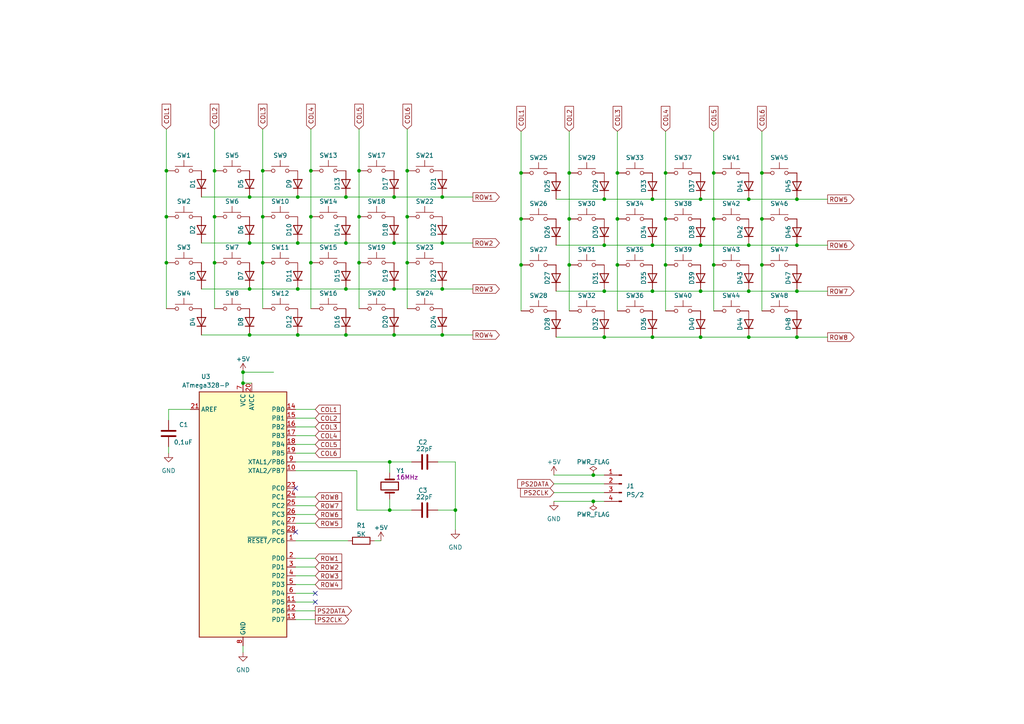
<source format=kicad_sch>
(kicad_sch (version 20230121) (generator eeschema)
  (paper "A4")
  (lib_symbols
    (symbol "Connector:Conn_01x04_Pin" (pin_names (offset 1.016) hide)
      (property "Reference" "J" (at 0 5.08 0))
      (property "Value" "Conn_01x04_Pin" (at 0 -7.62 0))
      (symbol "Conn_01x04_Pin_1_1"
        (pin passive line (at 5.08 2.54 180) (length 3.81) (name "Pin_1") (number "1"))
        (pin passive line (at 5.08 0 180) (length 3.81) (name "Pin_2") (number "2"))
        (pin passive line (at 5.08 -2.54 180) (length 3.81) (name "Pin_3") (number "3"))
        (pin passive line (at 5.08 -5.08 180) (length 3.81) (name "Pin_4") (number "4"))
      )
    )
    (symbol "Device:C" (pin_numbers hide) (pin_names (offset 0.254))
      (property "Reference" "C" (at 0.635 2.54 0))
      (property "Value" "C" (at 0.635 -2.54 0))
      (symbol "C_1_1"
        (pin passive line (at 0 3.81 270) (length 2.794) (name "~") (number "1"))
        (pin passive line (at 0 -3.81 90) (length 2.794) (name "~") (number "2"))
      )
    )
    (symbol "Device:Crystal" (pin_numbers hide) (pin_names (offset 1.016) hide)
      (property "Reference" "Y" (at 0 3.81 0))
      (property "Value" "Crystal" (at 0 -3.81 0))
      (symbol "Crystal_1_1"
        (pin passive line (at -3.81 0 0) (length 1.27) (name "1") (number "1"))
        (pin passive line (at 3.81 0 180) (length 1.27) (name "2") (number "2"))
      )
    )
    (symbol "Device:R" (pin_numbers hide) (pin_names (offset 0))
      (property "Reference" "R" (at 2.032 0 90))
      (property "Value" "R" (at 0 0 90))
      (symbol "R_1_1"
        (pin passive line (at 0 3.81 270) (length 1.27) (name "~") (number "1"))
        (pin passive line (at 0 -3.81 90) (length 1.27) (name "~") (number "2"))
      )
    )
    (symbol "Diode:1N4001" (pin_numbers hide) (pin_names hide)
      (property "Reference" "D" (at 0 2.54 0))
      (property "Value" "1N4001" (at 0 -2.54 0))
      (symbol "1N4001_1_1"
        (pin passive line (at -3.81 0 0) (length 2.54) (name "K") (number "1"))
        (pin passive line (at 3.81 0 180) (length 2.54) (name "A") (number "2"))
      )
    )
    (symbol "MCU_Microchip_ATmega:ATmega328-P"
      (property "Reference" "U" (at -12.7 36.83 0))
      (property "Value" "ATmega328-P" (at 2.54 -36.83 0))
      (symbol "ATmega328-P_1_1"
        (pin bidirectional line (at 15.24 -7.62 180) (length 2.54) (name "~{RESET}/PC6") (number "1"))
        (pin bidirectional line (at 15.24 12.7 180) (length 2.54) (name "XTAL2/PB7") (number "10"))
        (pin bidirectional line (at 15.24 -25.4 180) (length 2.54) (name "PD5") (number "11"))
        (pin bidirectional line (at 15.24 -27.94 180) (length 2.54) (name "PD6") (number "12"))
        (pin bidirectional line (at 15.24 -30.48 180) (length 2.54) (name "PD7") (number "13"))
        (pin bidirectional line (at 15.24 30.48 180) (length 2.54) (name "PB0") (number "14"))
        (pin bidirectional line (at 15.24 27.94 180) (length 2.54) (name "PB1") (number "15"))
        (pin bidirectional line (at 15.24 25.4 180) (length 2.54) (name "PB2") (number "16"))
        (pin bidirectional line (at 15.24 22.86 180) (length 2.54) (name "PB3") (number "17"))
        (pin bidirectional line (at 15.24 20.32 180) (length 2.54) (name "PB4") (number "18"))
        (pin bidirectional line (at 15.24 17.78 180) (length 2.54) (name "PB5") (number "19"))
        (pin bidirectional line (at 15.24 -12.7 180) (length 2.54) (name "PD0") (number "2"))
        (pin power_in line (at 2.54 38.1 270) (length 2.54) (name "AVCC") (number "20"))
        (pin passive line (at -15.24 30.48 0) (length 2.54) (name "AREF") (number "21"))
        (pin passive line (at 0 -38.1 90) (length 2.54) hide (name "GND") (number "22"))
        (pin bidirectional line (at 15.24 7.62 180) (length 2.54) (name "PC0") (number "23"))
        (pin bidirectional line (at 15.24 5.08 180) (length 2.54) (name "PC1") (number "24"))
        (pin bidirectional line (at 15.24 2.54 180) (length 2.54) (name "PC2") (number "25"))
        (pin bidirectional line (at 15.24 0 180) (length 2.54) (name "PC3") (number "26"))
        (pin bidirectional line (at 15.24 -2.54 180) (length 2.54) (name "PC4") (number "27"))
        (pin bidirectional line (at 15.24 -5.08 180) (length 2.54) (name "PC5") (number "28"))
        (pin bidirectional line (at 15.24 -15.24 180) (length 2.54) (name "PD1") (number "3"))
        (pin bidirectional line (at 15.24 -17.78 180) (length 2.54) (name "PD2") (number "4"))
        (pin bidirectional line (at 15.24 -20.32 180) (length 2.54) (name "PD3") (number "5"))
        (pin bidirectional line (at 15.24 -22.86 180) (length 2.54) (name "PD4") (number "6"))
        (pin power_in line (at 0 38.1 270) (length 2.54) (name "VCC") (number "7"))
        (pin power_in line (at 0 -38.1 90) (length 2.54) (name "GND") (number "8"))
        (pin bidirectional line (at 15.24 15.24 180) (length 2.54) (name "XTAL1/PB6") (number "9"))
      )
    )
    (symbol "Switch:SW_Push" (pin_numbers hide) (pin_names (offset 1.016) hide)
      (property "Reference" "SW" (at 1.27 2.54 0))
      (property "Value" "SW_Push" (at 0 -1.524 0))
      (symbol "SW_Push_0_1"
        (pin passive line (at -5.08 0 0) (length 2.54) (name "1") (number "1"))
        (pin passive line (at 5.08 0 180) (length 2.54) (name "2") (number "2"))
      )
    )
    (symbol "power:+5V" (power) (pin_names (offset 0))
      (property "Value" "+5V" (at 0 3.556 0))
      (symbol "+5V_1_1"
        (pin power_in line (at 0 0 90) (length 0) hide (name "+5V") (number "1"))
      )
    )
    (symbol "power:GND" (power) (pin_names (offset 0))
      (property "Value" "GND" (at 0 -3.81 0))
      (symbol "GND_1_1"
        (pin power_in line (at 0 0 270) (length 0) hide (name "GND") (number "1"))
      )
    )
    (symbol "power:PWR_FLAG" (power) (pin_numbers hide) (pin_names (offset 0) hide)
      (property "Value" "PWR_FLAG" (at 0 3.81 0))
      (symbol "PWR_FLAG_0_0"
        (pin power_out line (at 0 0 90) (length 0) (name "pwr") (number "1"))
      )
    )
  )
  (junction (at 175.26 57.785))
  (junction (at 118.11 49.53))
  (junction (at 179.07 50.165))
  (junction (at 189.23 71.12))
  (junction (at 175.26 71.12))
  (junction (at 217.17 71.12))
  (junction (at 220.98 50.165))
  (junction (at 48.26 62.865))
  (junction (at 113.03 147.955))
  (junction (at 90.17 76.2))
  (junction (at 193.04 76.835))
  (junction (at 100.33 70.485))
  (junction (at 172.085 145.415))
  (junction (at 114.3 57.15))
  (junction (at 128.27 70.485))
  (junction (at 114.3 70.485))
  (junction (at 114.3 97.155))
  (junction (at 62.23 62.865))
  (junction (at 118.11 76.2))
  (junction (at 231.14 84.455))
  (junction (at 207.01 63.5))
  (junction (at 189.23 57.785))
  (junction (at 104.14 49.53))
  (junction (at 76.2 76.2))
  (junction (at 100.33 83.82))
  (junction (at 62.23 49.53))
  (junction (at 220.98 76.835))
  (junction (at 62.23 76.2))
  (junction (at 165.1 63.5))
  (junction (at 203.2 84.455))
  (junction (at 72.39 57.15))
  (junction (at 193.04 50.165))
  (junction (at 165.1 76.835))
  (junction (at 76.2 62.865))
  (junction (at 189.23 84.455))
  (junction (at 86.36 70.485))
  (junction (at 72.39 97.155))
  (junction (at 48.26 49.53))
  (junction (at 118.11 62.865))
  (junction (at 175.26 97.79))
  (junction (at 128.27 97.155))
  (junction (at 172.085 137.795))
  (junction (at 70.485 111.125))
  (junction (at 114.3 83.82))
  (junction (at 217.17 57.785))
  (junction (at 231.14 57.785))
  (junction (at 72.39 70.485))
  (junction (at 189.23 97.79))
  (junction (at 217.17 84.455))
  (junction (at 48.26 76.2))
  (junction (at 86.36 83.82))
  (junction (at 70.485 107.95))
  (junction (at 128.27 83.82))
  (junction (at 90.17 49.53))
  (junction (at 179.07 76.835))
  (junction (at 104.14 76.2))
  (junction (at 175.26 84.455))
  (junction (at 100.33 97.155))
  (junction (at 151.13 76.835))
  (junction (at 165.1 50.165))
  (junction (at 132.08 147.955))
  (junction (at 231.14 71.12))
  (junction (at 72.39 83.82))
  (junction (at 203.2 71.12))
  (junction (at 151.13 63.5))
  (junction (at 179.07 63.5))
  (junction (at 231.14 97.79))
  (junction (at 86.36 57.15))
  (junction (at 203.2 97.79))
  (junction (at 90.17 62.865))
  (junction (at 203.2 57.785))
  (junction (at 76.2 49.53))
  (junction (at 128.27 57.15))
  (junction (at 86.36 97.155))
  (junction (at 100.33 57.15))
  (junction (at 207.01 76.835))
  (junction (at 220.98 63.5))
  (junction (at 104.14 62.865))
  (junction (at 207.01 50.165))
  (junction (at 113.03 133.985))
  (junction (at 193.04 63.5))
  (junction (at 217.17 97.79))
  (junction (at 151.13 50.165))
  (no_connect (at 91.44 174.625))
  (no_connect (at 91.44 172.085))
  (no_connect (at 85.725 141.605))
  (no_connect (at 85.725 154.305))
  (wire (pts (xy 203.2 84.455) (xy 217.17 84.455)))
  (wire (pts (xy 58.42 83.82) (xy 72.39 83.82)))
  (wire (pts (xy 48.26 37.465) (xy 48.26 49.53)))
  (wire (pts (xy 193.04 90.17) (xy 193.04 76.835)))
  (wire (pts (xy 114.3 83.82) (xy 128.27 83.82)))
  (wire (pts (xy 220.98 63.5) (xy 220.98 50.165)))
  (wire (pts (xy 240.03 71.12) (xy 231.14 71.12)))
  (wire (pts (xy 165.1 76.835) (xy 165.1 63.5)))
  (wire (pts (xy 220.98 76.835) (xy 220.98 63.5)))
  (wire (pts (xy 203.2 71.12) (xy 217.17 71.12)))
  (wire (pts (xy 118.11 89.535) (xy 118.11 76.2)))
  (wire (pts (xy 217.17 84.455) (xy 231.14 84.455)))
  (wire (pts (xy 207.01 90.17) (xy 207.01 76.835)))
  (wire (pts (xy 76.2 37.465) (xy 76.2 49.53)))
  (wire (pts (xy 132.08 153.67) (xy 132.08 147.955)))
  (wire (pts (xy 48.895 129.54) (xy 48.895 131.445)))
  (wire (pts (xy 165.1 38.1) (xy 165.1 50.165)))
  (wire (pts (xy 62.23 62.865) (xy 62.23 49.53)))
  (wire (pts (xy 240.03 84.455) (xy 231.14 84.455)))
  (wire (pts (xy 72.39 83.82) (xy 86.36 83.82)))
  (wire (pts (xy 91.44 118.745) (xy 85.725 118.745)))
  (wire (pts (xy 85.725 156.845) (xy 100.965 156.845)))
  (wire (pts (xy 161.29 71.12) (xy 175.26 71.12)))
  (wire (pts (xy 58.42 97.155) (xy 72.39 97.155)))
  (wire (pts (xy 70.485 107.95) (xy 70.485 111.125)))
  (wire (pts (xy 114.3 97.155) (xy 128.27 97.155)))
  (wire (pts (xy 85.725 167.005) (xy 91.44 167.005)))
  (wire (pts (xy 91.44 123.825) (xy 85.725 123.825)))
  (wire (pts (xy 118.11 37.465) (xy 118.11 49.53)))
  (wire (pts (xy 137.16 97.155) (xy 128.27 97.155)))
  (wire (pts (xy 172.085 145.415) (xy 160.655 145.415)))
  (wire (pts (xy 62.23 89.535) (xy 62.23 76.2)))
  (wire (pts (xy 175.26 142.875) (xy 160.655 142.875)))
  (wire (pts (xy 132.08 133.985) (xy 132.08 147.955)))
  (wire (pts (xy 76.2 76.2) (xy 76.2 62.865)))
  (wire (pts (xy 207.01 63.5) (xy 207.01 50.165)))
  (wire (pts (xy 55.245 118.745) (xy 48.895 118.745)))
  (wire (pts (xy 151.13 90.17) (xy 151.13 76.835)))
  (wire (pts (xy 240.03 57.785) (xy 231.14 57.785)))
  (wire (pts (xy 137.16 70.485) (xy 128.27 70.485)))
  (wire (pts (xy 86.36 83.82) (xy 100.33 83.82)))
  (wire (pts (xy 100.33 97.155) (xy 114.3 97.155)))
  (wire (pts (xy 70.485 189.23) (xy 70.485 187.325)))
  (wire (pts (xy 217.17 97.79) (xy 231.14 97.79)))
  (wire (pts (xy 160.655 137.795) (xy 172.085 137.795)))
  (wire (pts (xy 193.04 63.5) (xy 193.04 50.165)))
  (wire (pts (xy 240.03 97.79) (xy 231.14 97.79)))
  (wire (pts (xy 100.33 83.82) (xy 114.3 83.82)))
  (wire (pts (xy 90.17 76.2) (xy 90.17 62.865)))
  (wire (pts (xy 91.44 131.445) (xy 85.725 131.445)))
  (wire (pts (xy 48.26 76.2) (xy 48.26 62.865)))
  (wire (pts (xy 76.2 62.865) (xy 76.2 49.53)))
  (wire (pts (xy 103.505 136.525) (xy 103.505 147.955)))
  (wire (pts (xy 91.44 169.545) (xy 85.725 169.545)))
  (wire (pts (xy 203.2 97.79) (xy 217.17 97.79)))
  (wire (pts (xy 79.375 107.95) (xy 70.485 107.95)))
  (wire (pts (xy 104.14 37.465) (xy 104.14 49.53)))
  (wire (pts (xy 161.29 84.455) (xy 175.26 84.455)))
  (wire (pts (xy 203.2 57.785) (xy 189.23 57.785)))
  (wire (pts (xy 175.26 57.785) (xy 161.29 57.785)))
  (wire (pts (xy 165.1 63.5) (xy 165.1 50.165)))
  (wire (pts (xy 231.14 57.785) (xy 217.17 57.785)))
  (wire (pts (xy 220.98 38.1) (xy 220.98 50.165)))
  (wire (pts (xy 108.585 156.845) (xy 110.49 156.845)))
  (wire (pts (xy 104.14 89.535) (xy 104.14 76.2)))
  (wire (pts (xy 104.14 76.2) (xy 104.14 62.865)))
  (wire (pts (xy 91.44 164.465) (xy 85.725 164.465)))
  (wire (pts (xy 207.01 76.835) (xy 207.01 63.5)))
  (wire (pts (xy 86.36 97.155) (xy 100.33 97.155)))
  (wire (pts (xy 58.42 70.485) (xy 72.39 70.485)))
  (wire (pts (xy 85.725 172.085) (xy 91.44 172.085)))
  (wire (pts (xy 193.04 38.1) (xy 193.04 50.165)))
  (wire (pts (xy 151.13 63.5) (xy 151.13 50.165)))
  (wire (pts (xy 137.16 83.82) (xy 128.27 83.82)))
  (wire (pts (xy 90.17 89.535) (xy 90.17 76.2)))
  (wire (pts (xy 175.26 84.455) (xy 189.23 84.455)))
  (wire (pts (xy 189.23 97.79) (xy 203.2 97.79)))
  (wire (pts (xy 85.725 177.165) (xy 91.44 177.165)))
  (wire (pts (xy 179.07 76.835) (xy 179.07 63.5)))
  (wire (pts (xy 91.44 121.285) (xy 85.725 121.285)))
  (wire (pts (xy 85.725 133.985) (xy 113.03 133.985)))
  (wire (pts (xy 118.11 62.865) (xy 118.11 49.53)))
  (wire (pts (xy 85.725 144.145) (xy 91.44 144.145)))
  (wire (pts (xy 90.17 62.865) (xy 90.17 49.53)))
  (wire (pts (xy 175.26 71.12) (xy 189.23 71.12)))
  (wire (pts (xy 217.17 71.12) (xy 231.14 71.12)))
  (wire (pts (xy 72.39 70.485) (xy 86.36 70.485)))
  (wire (pts (xy 72.39 57.15) (xy 58.42 57.15)))
  (wire (pts (xy 91.44 126.365) (xy 85.725 126.365)))
  (wire (pts (xy 85.725 161.925) (xy 91.44 161.925)))
  (wire (pts (xy 137.16 57.15) (xy 128.27 57.15)))
  (wire (pts (xy 100.33 57.15) (xy 86.36 57.15)))
  (wire (pts (xy 85.725 179.705) (xy 91.44 179.705)))
  (wire (pts (xy 76.2 89.535) (xy 76.2 76.2)))
  (wire (pts (xy 104.14 62.865) (xy 104.14 49.53)))
  (wire (pts (xy 91.44 151.765) (xy 85.725 151.765)))
  (wire (pts (xy 103.505 147.955) (xy 113.03 147.955)))
  (wire (pts (xy 193.04 76.835) (xy 193.04 63.5)))
  (wire (pts (xy 151.13 76.835) (xy 151.13 63.5)))
  (wire (pts (xy 151.13 38.1) (xy 151.13 50.165)))
  (wire (pts (xy 85.725 149.225) (xy 91.44 149.225)))
  (wire (pts (xy 113.03 133.985) (xy 113.03 137.16)))
  (wire (pts (xy 90.17 37.465) (xy 90.17 49.53)))
  (wire (pts (xy 165.1 90.17) (xy 165.1 76.835)))
  (wire (pts (xy 179.07 38.1) (xy 179.07 50.165)))
  (wire (pts (xy 118.11 76.2) (xy 118.11 62.865)))
  (wire (pts (xy 91.44 146.685) (xy 85.725 146.685)))
  (wire (pts (xy 189.23 57.785) (xy 175.26 57.785)))
  (wire (pts (xy 91.44 174.625) (xy 85.725 174.625)))
  (wire (pts (xy 86.36 57.15) (xy 72.39 57.15)))
  (wire (pts (xy 217.17 57.785) (xy 203.2 57.785)))
  (wire (pts (xy 175.26 145.415) (xy 172.085 145.415)))
  (wire (pts (xy 179.07 90.17) (xy 179.07 76.835)))
  (wire (pts (xy 128.27 57.15) (xy 114.3 57.15)))
  (wire (pts (xy 161.29 97.79) (xy 175.26 97.79)))
  (wire (pts (xy 48.26 62.865) (xy 48.26 49.53)))
  (wire (pts (xy 175.26 97.79) (xy 189.23 97.79)))
  (wire (pts (xy 113.03 133.985) (xy 119.38 133.985)))
  (wire (pts (xy 113.03 147.955) (xy 113.03 144.78)))
  (wire (pts (xy 189.23 84.455) (xy 203.2 84.455)))
  (wire (pts (xy 113.03 147.955) (xy 119.38 147.955)))
  (wire (pts (xy 73.025 111.125) (xy 70.485 111.125)))
  (wire (pts (xy 172.085 137.795) (xy 175.26 137.795)))
  (wire (pts (xy 85.725 128.905) (xy 91.44 128.905)))
  (wire (pts (xy 160.655 140.335) (xy 175.26 140.335)))
  (wire (pts (xy 189.23 71.12) (xy 203.2 71.12)))
  (wire (pts (xy 48.26 89.535) (xy 48.26 76.2)))
  (wire (pts (xy 62.23 37.465) (xy 62.23 49.53)))
  (wire (pts (xy 100.33 70.485) (xy 114.3 70.485)))
  (wire (pts (xy 114.3 70.485) (xy 128.27 70.485)))
  (wire (pts (xy 48.895 118.745) (xy 48.895 121.92)))
  (wire (pts (xy 132.08 133.985) (xy 127 133.985)))
  (wire (pts (xy 72.39 97.155) (xy 86.36 97.155)))
  (wire (pts (xy 62.23 76.2) (xy 62.23 62.865)))
  (wire (pts (xy 132.08 147.955) (xy 127 147.955)))
  (wire (pts (xy 179.07 63.5) (xy 179.07 50.165)))
  (wire (pts (xy 86.36 70.485) (xy 100.33 70.485)))
  (wire (pts (xy 85.725 136.525) (xy 103.505 136.525)))
  (wire (pts (xy 114.3 57.15) (xy 100.33 57.15)))
  (wire (pts (xy 220.98 90.17) (xy 220.98 76.835)))
  (wire (pts (xy 207.01 38.1) (xy 207.01 50.165)))
  (global_label "COL5" (shape input) (at 104.14 37.465 90) (property "Intersheetrefs" "${INTERSHEET_REFS}" (effects hide)))
  (global_label "COL2" (shape input) (at 91.44 121.285 0) (property "Intersheetrefs" "${INTERSHEET_REFS}" (effects hide)))
  (global_label "PS2CLK" (shape output) (at 91.44 179.705 0) (property "Intersheetrefs" "${INTERSHEET_REFS}" (effects hide)))
  (global_label "ROW2" (shape output) (at 137.16 70.485 0) (property "Intersheetrefs" "${INTERSHEET_REFS}" (effects hide)))
  (global_label "PS2DATA" (shape input) (at 160.655 140.335 180) (property "Intersheetrefs" "${INTERSHEET_REFS}" (effects hide)))
  (global_label "COL3" (shape input) (at 76.2 37.465 90) (property "Intersheetrefs" "${INTERSHEET_REFS}" (effects hide)))
  (global_label "ROW3" (shape output) (at 137.16 83.82 0) (property "Intersheetrefs" "${INTERSHEET_REFS}" (effects hide)))
  (global_label "ROW1" (shape output) (at 137.16 57.15 0) (property "Intersheetrefs" "${INTERSHEET_REFS}" (effects hide)))
  (global_label "ROW3" (shape input) (at 91.44 167.005 0) (property "Intersheetrefs" "${INTERSHEET_REFS}" (effects hide)))
  (global_label "COL4" (shape input) (at 193.04 38.1 90) (property "Intersheetrefs" "${INTERSHEET_REFS}" (effects hide)))
  (global_label "COL1" (shape input) (at 151.13 38.1 90) (property "Intersheetrefs" "${INTERSHEET_REFS}" (effects hide)))
  (global_label "COL6" (shape input) (at 220.98 38.1 90) (property "Intersheetrefs" "${INTERSHEET_REFS}" (effects hide)))
  (global_label "ROW7" (shape input) (at 91.44 146.685 0) (property "Intersheetrefs" "${INTERSHEET_REFS}" (effects hide)))
  (global_label "ROW4" (shape output) (at 137.16 97.155 0) (property "Intersheetrefs" "${INTERSHEET_REFS}" (effects hide)))
  (global_label "ROW4" (shape input) (at 91.44 169.545 0) (property "Intersheetrefs" "${INTERSHEET_REFS}" (effects hide)))
  (global_label "PS2DATA" (shape output) (at 91.44 177.165 0) (property "Intersheetrefs" "${INTERSHEET_REFS}" (effects hide)))
  (global_label "ROW5" (shape input) (at 91.44 151.765 0) (property "Intersheetrefs" "${INTERSHEET_REFS}" (effects hide)))
  (global_label "ROW8" (shape output) (at 240.03 97.79 0) (property "Intersheetrefs" "${INTERSHEET_REFS}" (effects hide)))
  (global_label "COL4" (shape input) (at 90.17 37.465 90) (property "Intersheetrefs" "${INTERSHEET_REFS}" (effects hide)))
  (global_label "ROW5" (shape output) (at 240.03 57.785 0) (property "Intersheetrefs" "${INTERSHEET_REFS}" (effects hide)))
  (global_label "COL4" (shape input) (at 91.44 126.365 0) (property "Intersheetrefs" "${INTERSHEET_REFS}" (effects hide)))
  (global_label "COL6" (shape input) (at 118.11 37.465 90) (property "Intersheetrefs" "${INTERSHEET_REFS}" (effects hide)))
  (global_label "ROW6" (shape input) (at 91.44 149.225 0) (property "Intersheetrefs" "${INTERSHEET_REFS}" (effects hide)))
  (global_label "COL5" (shape input) (at 207.01 38.1 90) (property "Intersheetrefs" "${INTERSHEET_REFS}" (effects hide)))
  (global_label "PS2CLK" (shape input) (at 160.655 142.875 180) (property "Intersheetrefs" "${INTERSHEET_REFS}" (effects hide)))
  (global_label "COL3" (shape input) (at 179.07 38.1 90) (property "Intersheetrefs" "${INTERSHEET_REFS}" (effects hide)))
  (global_label "COL1" (shape input) (at 48.26 37.465 90) (property "Intersheetrefs" "${INTERSHEET_REFS}" (effects hide)))
  (global_label "COL2" (shape input) (at 62.23 37.465 90) (property "Intersheetrefs" "${INTERSHEET_REFS}" (effects hide)))
  (global_label "ROW8" (shape input) (at 91.44 144.145 0) (property "Intersheetrefs" "${INTERSHEET_REFS}" (effects hide)))
  (global_label "COL6" (shape input) (at 91.44 131.445 0) (property "Intersheetrefs" "${INTERSHEET_REFS}" (effects hide)))
  (global_label "COL2" (shape input) (at 165.1 38.1 90) (property "Intersheetrefs" "${INTERSHEET_REFS}" (effects hide)))
  (global_label "COL5" (shape input) (at 91.44 128.905 0) (property "Intersheetrefs" "${INTERSHEET_REFS}" (effects hide)))
  (global_label "COL1" (shape input) (at 91.44 118.745 0) (property "Intersheetrefs" "${INTERSHEET_REFS}" (effects hide)))
  (global_label "ROW1" (shape input) (at 91.44 161.925 0) (property "Intersheetrefs" "${INTERSHEET_REFS}" (effects hide)))
  (global_label "ROW2" (shape input) (at 91.44 164.465 0) (property "Intersheetrefs" "${INTERSHEET_REFS}" (effects hide)))
  (global_label "ROW7" (shape output) (at 240.03 84.455 0) (property "Intersheetrefs" "${INTERSHEET_REFS}" (effects hide)))
  (global_label "ROW6" (shape output) (at 240.03 71.12 0) (property "Intersheetrefs" "${INTERSHEET_REFS}" (effects hide)))
  (global_label "COL3" (shape input) (at 91.44 123.825 0) (property "Intersheetrefs" "${INTERSHEET_REFS}" (effects hide)))
  (symbol (lib_id "Switch:SW_Push") (at 212.09 76.835 0) (unit 1)
    (property "Reference" "SW43" (at 212.09 72.39 0))
    (property "Value" "SW_Push" (effects hide))
    (property "Footprint" "footprints:SW_PG1350" (effects hide))
  )
  (symbol (lib_id "Switch:SW_Push") (at 123.19 49.53 0) (unit 1)
    (property "Reference" "SW21" (at 123.19 45.085 0))
    (property "Value" "SW_Push" (effects hide))
    (property "Footprint" "footprints:SW_PG1350" (effects hide))
  )
  (symbol (lib_id "Diode:1N4001") (at 189.23 93.98 270) (mirror x) (unit 1)
    (property "Reference" "D36" (at 186.69 93.98 0))
    (property "Value" "1N4001" (effects hide))
    (property "Footprint" "Diode_THT:D_DO-41_SOD81_P10.16mm_Horizontal" (effects hide))
    (property "Datasheet" "http://www.vishay.com/docs/88503/1n4001.pdf" (effects hide))
    (property "Sim.Device" "D" (effects hide))
    (property "Sim.Pins" "1=K 2=A" (effects hide))
  )
  (symbol (lib_id "power:GND") (at 70.485 189.23 0) (unit 1)
    (property "Reference" "#PWR049" (effects hide))
    (property "Value" "GND" (at 70.485 194.31 0))
  )
  (symbol (lib_id "Switch:SW_Push") (at 198.12 63.5 0) (unit 1)
    (property "Reference" "SW38" (at 198.12 59.055 0))
    (property "Value" "SW_Push" (effects hide))
    (property "Footprint" "footprints:SW_PG1350" (effects hide))
  )
  (symbol (lib_id "Switch:SW_Push") (at 123.19 62.865 0) (unit 1)
    (property "Reference" "SW22" (at 123.19 58.42 0))
    (property "Value" "SW_Push" (effects hide))
    (property "Footprint" "footprints:SW_PG1350" (effects hide))
  )
  (symbol (lib_id "Diode:1N4001") (at 72.39 93.345 270) (mirror x) (unit 1)
    (property "Reference" "D8" (at 69.85 93.345 0))
    (property "Value" "1N4001" (effects hide))
    (property "Footprint" "Diode_THT:D_DO-41_SOD81_P10.16mm_Horizontal" (effects hide))
    (property "Datasheet" "http://www.vishay.com/docs/88503/1n4001.pdf" (effects hide))
    (property "Sim.Device" "D" (effects hide))
    (property "Sim.Pins" "1=K 2=A" (effects hide))
  )
  (symbol (lib_id "Switch:SW_Push") (at 109.22 49.53 0) (unit 1)
    (property "Reference" "SW17" (at 109.22 45.085 0))
    (property "Value" "SW_Push" (effects hide))
    (property "Footprint" "footprints:SW_PG1350" (effects hide))
  )
  (symbol (lib_id "Diode:1N4001") (at 114.3 80.01 270) (mirror x) (unit 1)
    (property "Reference" "D19" (at 111.76 80.01 0))
    (property "Value" "1N4001" (effects hide))
    (property "Footprint" "Diode_THT:D_DO-41_SOD81_P10.16mm_Horizontal" (effects hide))
    (property "Datasheet" "http://www.vishay.com/docs/88503/1n4001.pdf" (effects hide))
    (property "Sim.Device" "D" (effects hide))
    (property "Sim.Pins" "1=K 2=A" (effects hide))
  )
  (symbol (lib_id "Switch:SW_Push") (at 67.31 89.535 0) (unit 1)
    (property "Reference" "SW8" (at 67.31 85.09 0))
    (property "Value" "SW_Push" (effects hide))
    (property "Footprint" "footprints:SW_PG1350" (effects hide))
  )
  (symbol (lib_id "Switch:SW_Push") (at 198.12 90.17 0) (unit 1)
    (property "Reference" "SW40" (at 198.12 85.725 0))
    (property "Value" "SW_Push" (effects hide))
    (property "Footprint" "footprints:SW_PG1350" (effects hide))
  )
  (symbol (lib_id "Switch:SW_Push") (at 81.28 89.535 0) (unit 1)
    (property "Reference" "SW12" (at 81.28 85.09 0))
    (property "Value" "SW_Push" (effects hide))
    (property "Footprint" "footprints:SW_PG1350" (effects hide))
  )
  (symbol (lib_id "Diode:1N4001") (at 128.27 93.345 270) (mirror x) (unit 1)
    (property "Reference" "D24" (at 125.73 93.345 0))
    (property "Value" "1N4001" (effects hide))
    (property "Footprint" "Diode_THT:D_DO-41_SOD81_P10.16mm_Horizontal" (effects hide))
    (property "Datasheet" "http://www.vishay.com/docs/88503/1n4001.pdf" (effects hide))
    (property "Sim.Device" "D" (effects hide))
    (property "Sim.Pins" "1=K 2=A" (effects hide))
  )
  (symbol (lib_id "Switch:SW_Push") (at 156.21 76.835 0) (unit 1)
    (property "Reference" "SW27" (at 156.21 72.39 0))
    (property "Value" "SW_Push" (effects hide))
    (property "Footprint" "footprints:SW_PG1350" (effects hide))
  )
  (symbol (lib_id "Diode:1N4001") (at 189.23 53.975 270) (mirror x) (unit 1)
    (property "Reference" "D33" (at 186.69 53.975 0))
    (property "Value" "1N4001" (effects hide))
    (property "Footprint" "Diode_THT:D_DO-41_SOD81_P10.16mm_Horizontal" (effects hide))
    (property "Datasheet" "http://www.vishay.com/docs/88503/1n4001.pdf" (effects hide))
    (property "Sim.Device" "D" (effects hide))
    (property "Sim.Pins" "1=K 2=A" (effects hide))
  )
  (symbol (lib_id "Switch:SW_Push") (at 170.18 50.165 0) (unit 1)
    (property "Reference" "SW29" (at 170.18 45.72 0))
    (property "Value" "SW_Push" (effects hide))
    (property "Footprint" "footprints:SW_PG1350" (effects hide))
  )
  (symbol (lib_id "Switch:SW_Push") (at 53.34 49.53 0) (unit 1)
    (property "Reference" "SW1" (at 53.34 45.085 0))
    (property "Value" "SW_Push" (effects hide))
    (property "Footprint" "footprints:SW_PG1350" (effects hide))
  )
  (symbol (lib_id "Switch:SW_Push") (at 109.22 89.535 0) (unit 1)
    (property "Reference" "SW20" (at 109.22 85.09 0))
    (property "Value" "SW_Push" (effects hide))
    (property "Footprint" "footprints:SW_PG1350" (effects hide))
  )
  (symbol (lib_id "Diode:1N4001") (at 203.2 80.645 270) (mirror x) (unit 1)
    (property "Reference" "D39" (at 200.66 80.645 0))
    (property "Value" "1N4001" (effects hide))
    (property "Footprint" "Diode_THT:D_DO-41_SOD81_P10.16mm_Horizontal" (effects hide))
    (property "Datasheet" "http://www.vishay.com/docs/88503/1n4001.pdf" (effects hide))
    (property "Sim.Device" "D" (effects hide))
    (property "Sim.Pins" "1=K 2=A" (effects hide))
  )
  (symbol (lib_id "Diode:1N4001") (at 86.36 53.34 270) (mirror x) (unit 1)
    (property "Reference" "D9" (at 83.82 53.34 0))
    (property "Value" "1N4001" (effects hide))
    (property "Footprint" "Diode_THT:D_DO-41_SOD81_P10.16mm_Horizontal" (effects hide))
    (property "Datasheet" "http://www.vishay.com/docs/88503/1n4001.pdf" (effects hide))
    (property "Sim.Device" "D" (effects hide))
    (property "Sim.Pins" "1=K 2=A" (effects hide))
  )
  (symbol (lib_id "power:+5V") (at 160.655 137.795 0) (unit 1)
    (property "Reference" "#PWR02" (effects hide))
    (property "Value" "+5V" (at 160.655 133.985 0))
  )
  (symbol (lib_id "Diode:1N4001") (at 175.26 53.975 270) (mirror x) (unit 1)
    (property "Reference" "D29" (at 172.72 53.975 0))
    (property "Value" "1N4001" (effects hide))
    (property "Footprint" "Diode_THT:D_DO-41_SOD81_P10.16mm_Horizontal" (effects hide))
    (property "Datasheet" "http://www.vishay.com/docs/88503/1n4001.pdf" (effects hide))
    (property "Sim.Device" "D" (effects hide))
    (property "Sim.Pins" "1=K 2=A" (effects hide))
  )
  (symbol (lib_id "Switch:SW_Push") (at 184.15 90.17 0) (unit 1)
    (property "Reference" "SW36" (at 184.15 85.725 0))
    (property "Value" "SW_Push" (effects hide))
    (property "Footprint" "footprints:SW_PG1350" (effects hide))
  )
  (symbol (lib_id "Diode:1N4001") (at 217.17 53.975 270) (mirror x) (unit 1)
    (property "Reference" "D41" (at 214.63 53.975 0))
    (property "Value" "1N4001" (effects hide))
    (property "Footprint" "Diode_THT:D_DO-41_SOD81_P10.16mm_Horizontal" (effects hide))
    (property "Datasheet" "http://www.vishay.com/docs/88503/1n4001.pdf" (effects hide))
    (property "Sim.Device" "D" (effects hide))
    (property "Sim.Pins" "1=K 2=A" (effects hide))
  )
  (symbol (lib_id "power:PWR_FLAG") (at 172.085 137.795 0) (unit 1)
    (property "Reference" "#FLG01" (effects hide))
    (property "Value" "PWR_FLAG" (at 172.085 133.985 0))
  )
  (symbol (lib_id "Diode:1N4001") (at 86.36 66.675 270) (mirror x) (unit 1)
    (property "Reference" "D10" (at 83.82 66.675 0))
    (property "Value" "1N4001" (effects hide))
    (property "Footprint" "Diode_THT:D_DO-41_SOD81_P10.16mm_Horizontal" (effects hide))
    (property "Datasheet" "http://www.vishay.com/docs/88503/1n4001.pdf" (effects hide))
    (property "Sim.Device" "D" (effects hide))
    (property "Sim.Pins" "1=K 2=A" (effects hide))
  )
  (symbol (lib_id "Switch:SW_Push") (at 109.22 62.865 0) (unit 1)
    (property "Reference" "SW18" (at 109.22 58.42 0))
    (property "Value" "SW_Push" (effects hide))
    (property "Footprint" "footprints:SW_PG1350" (effects hide))
  )
  (symbol (lib_id "Diode:1N4001") (at 217.17 80.645 270) (mirror x) (unit 1)
    (property "Reference" "D43" (at 214.63 80.645 0))
    (property "Value" "1N4001" (effects hide))
    (property "Footprint" "Diode_THT:D_DO-41_SOD81_P10.16mm_Horizontal" (effects hide))
    (property "Datasheet" "http://www.vishay.com/docs/88503/1n4001.pdf" (effects hide))
    (property "Sim.Device" "D" (effects hide))
    (property "Sim.Pins" "1=K 2=A" (effects hide))
  )
  (symbol (lib_id "Device:C") (at 123.19 147.955 270) (unit 1)
    (property "Reference" "C3" (at 121.285 142.24 90) (effects (justify left)))
    (property "Value" "22pF" (at 120.65 144.145 90) (effects (justify left)))
    (property "Footprint" "Capacitor_THT:C_Disc_D3.0mm_W2.0mm_P2.50mm" (effects hide))
  )
  (symbol (lib_id "Diode:1N4001") (at 161.29 80.645 270) (mirror x) (unit 1)
    (property "Reference" "D27" (at 158.75 80.645 0))
    (property "Value" "1N4001" (effects hide))
    (property "Footprint" "Diode_THT:D_DO-41_SOD81_P10.16mm_Horizontal" (effects hide))
    (property "Datasheet" "http://www.vishay.com/docs/88503/1n4001.pdf" (effects hide))
    (property "Sim.Device" "D" (effects hide))
    (property "Sim.Pins" "1=K 2=A" (effects hide))
  )
  (symbol (lib_id "Diode:1N4001") (at 231.14 80.645 270) (mirror x) (unit 1)
    (property "Reference" "D47" (at 228.6 80.645 0))
    (property "Value" "1N4001" (effects hide))
    (property "Footprint" "Diode_THT:D_DO-41_SOD81_P10.16mm_Horizontal" (effects hide))
    (property "Datasheet" "http://www.vishay.com/docs/88503/1n4001.pdf" (effects hide))
    (property "Sim.Device" "D" (effects hide))
    (property "Sim.Pins" "1=K 2=A" (effects hide))
  )
  (symbol (lib_id "power:+5V") (at 70.485 107.95 0) (unit 1)
    (property "Reference" "#PWR047" (effects hide))
    (property "Value" "+5V" (at 70.485 104.14 0))
  )
  (symbol (lib_id "Switch:SW_Push") (at 226.06 63.5 0) (unit 1)
    (property "Reference" "SW46" (at 226.06 59.055 0))
    (property "Value" "SW_Push" (effects hide))
    (property "Footprint" "footprints:SW_PG1350" (effects hide))
  )
  (symbol (lib_id "Switch:SW_Push") (at 226.06 76.835 0) (unit 1)
    (property "Reference" "SW47" (at 226.06 72.39 0))
    (property "Value" "SW_Push" (effects hide))
    (property "Footprint" "footprints:SW_PG1350" (effects hide))
  )
  (symbol (lib_id "Switch:SW_Push") (at 212.09 90.17 0) (unit 1)
    (property "Reference" "SW44" (at 212.09 85.725 0))
    (property "Value" "SW_Push" (effects hide))
    (property "Footprint" "footprints:SW_PG1350" (effects hide))
  )
  (symbol (lib_id "power:+5V") (at 110.49 156.845 0) (unit 1)
    (property "Reference" "#PWR01" (effects hide))
    (property "Value" "+5V" (at 110.49 153.035 0))
  )
  (symbol (lib_id "Device:R") (at 104.775 156.845 90) (unit 1)
    (property "Reference" "R1" (at 104.775 152.4 90))
    (property "Value" "5K" (at 104.775 154.94 90))
    (property "Footprint" "Resistor_THT:R_Axial_DIN0204_L3.6mm_D1.6mm_P2.54mm_Vertical" (effects hide))
  )
  (symbol (lib_id "Diode:1N4001") (at 203.2 53.975 270) (mirror x) (unit 1)
    (property "Reference" "D37" (at 200.66 53.975 0))
    (property "Value" "1N4001" (effects hide))
    (property "Footprint" "Diode_THT:D_DO-41_SOD81_P10.16mm_Horizontal" (effects hide))
    (property "Datasheet" "http://www.vishay.com/docs/88503/1n4001.pdf" (effects hide))
    (property "Sim.Device" "D" (effects hide))
    (property "Sim.Pins" "1=K 2=A" (effects hide))
  )
  (symbol (lib_id "Diode:1N4001") (at 58.42 66.675 270) (mirror x) (unit 1)
    (property "Reference" "D2" (at 55.88 66.675 0))
    (property "Value" "1N4001" (effects hide))
    (property "Footprint" "Diode_THT:D_DO-41_SOD81_P10.16mm_Horizontal" (effects hide))
    (property "Datasheet" "http://www.vishay.com/docs/88503/1n4001.pdf" (effects hide))
    (property "Sim.Device" "D" (effects hide))
    (property "Sim.Pins" "1=K 2=A" (effects hide))
  )
  (symbol (lib_id "Switch:SW_Push") (at 123.19 76.2 0) (unit 1)
    (property "Reference" "SW23" (at 123.19 71.755 0))
    (property "Value" "SW_Push" (effects hide))
    (property "Footprint" "footprints:SW_PG1350" (effects hide))
  )
  (symbol (lib_id "MCU_Microchip_ATmega:ATmega328-P") (at 70.485 149.225 0) (unit 1)
    (property "Reference" "U3" (at 59.69 109.22 0))
    (property "Value" "ATmega328-P" (at 59.69 111.76 0))
    (property "Footprint" "Package_DIP:DIP-28_W7.62mm_Socket" (effects hide))
    (property "Datasheet" "http://ww1.microchip.com/downloads/en/DeviceDoc/ATmega328_P%20AVR%20MCU%20with%20picoPower%20Technology%20Data%20Sheet%2040001984A.pdf" (effects hide))
  )
  (symbol (lib_id "Diode:1N4001") (at 231.14 53.975 270) (mirror x) (unit 1)
    (property "Reference" "D45" (at 228.6 53.975 0))
    (property "Value" "1N4001" (effects hide))
    (property "Footprint" "Diode_THT:D_DO-41_SOD81_P10.16mm_Horizontal" (effects hide))
    (property "Datasheet" "http://www.vishay.com/docs/88503/1n4001.pdf" (effects hide))
    (property "Sim.Device" "D" (effects hide))
    (property "Sim.Pins" "1=K 2=A" (effects hide))
  )
  (symbol (lib_id "Switch:SW_Push") (at 53.34 89.535 0) (unit 1)
    (property "Reference" "SW4" (at 53.34 85.09 0))
    (property "Value" "SW_Push" (effects hide))
    (property "Footprint" "footprints:SW_PG1350" (effects hide))
  )
  (symbol (lib_id "Switch:SW_Push") (at 170.18 76.835 0) (unit 1)
    (property "Reference" "SW31" (at 170.18 72.39 0))
    (property "Value" "SW_Push" (effects hide))
    (property "Footprint" "footprints:SW_PG1350" (effects hide))
  )
  (symbol (lib_id "Diode:1N4001") (at 189.23 80.645 270) (mirror x) (unit 1)
    (property "Reference" "D35" (at 186.69 80.645 0))
    (property "Value" "1N4001" (effects hide))
    (property "Footprint" "Diode_THT:D_DO-41_SOD81_P10.16mm_Horizontal" (effects hide))
    (property "Datasheet" "http://www.vishay.com/docs/88503/1n4001.pdf" (effects hide))
    (property "Sim.Device" "D" (effects hide))
    (property "Sim.Pins" "1=K 2=A" (effects hide))
  )
  (symbol (lib_id "Diode:1N4001") (at 203.2 67.31 270) (mirror x) (unit 1)
    (property "Reference" "D38" (at 200.66 67.31 0))
    (property "Value" "1N4001" (effects hide))
    (property "Footprint" "Diode_THT:D_DO-41_SOD81_P10.16mm_Horizontal" (effects hide))
    (property "Datasheet" "http://www.vishay.com/docs/88503/1n4001.pdf" (effects hide))
    (property "Sim.Device" "D" (effects hide))
    (property "Sim.Pins" "1=K 2=A" (effects hide))
  )
  (symbol (lib_id "Switch:SW_Push") (at 170.18 90.17 0) (unit 1)
    (property "Reference" "SW32" (at 170.18 85.725 0))
    (property "Value" "SW_Push" (effects hide))
    (property "Footprint" "footprints:SW_PG1350" (effects hide))
  )
  (symbol (lib_id "power:GND") (at 132.08 153.67 0) (unit 1)
    (property "Reference" "#PWR050" (effects hide))
    (property "Value" "GND" (at 132.08 158.75 0))
  )
  (symbol (lib_id "Switch:SW_Push") (at 198.12 76.835 0) (unit 1)
    (property "Reference" "SW39" (at 198.12 72.39 0))
    (property "Value" "SW_Push" (effects hide))
    (property "Footprint" "footprints:SW_PG1350" (effects hide))
  )
  (symbol (lib_id "Diode:1N4001") (at 58.42 93.345 270) (mirror x) (unit 1)
    (property "Reference" "D4" (at 55.88 93.345 0))
    (property "Value" "1N4001" (effects hide))
    (property "Footprint" "Diode_THT:D_DO-41_SOD81_P10.16mm_Horizontal" (effects hide))
    (property "Datasheet" "http://www.vishay.com/docs/88503/1n4001.pdf" (effects hide))
    (property "Sim.Device" "D" (effects hide))
    (property "Sim.Pins" "1=K 2=A" (effects hide))
  )
  (symbol (lib_id "Diode:1N4001") (at 231.14 93.98 270) (mirror x) (unit 1)
    (property "Reference" "D48" (at 228.6 93.98 0))
    (property "Value" "1N4001" (effects hide))
    (property "Footprint" "Diode_THT:D_DO-41_SOD81_P10.16mm_Horizontal" (effects hide))
    (property "Datasheet" "http://www.vishay.com/docs/88503/1n4001.pdf" (effects hide))
    (property "Sim.Device" "D" (effects hide))
    (property "Sim.Pins" "1=K 2=A" (effects hide))
  )
  (symbol (lib_id "Switch:SW_Push") (at 95.25 89.535 0) (unit 1)
    (property "Reference" "SW16" (at 95.25 85.09 0))
    (property "Value" "SW_Push" (effects hide))
    (property "Footprint" "footprints:SW_PG1350" (effects hide))
  )
  (symbol (lib_id "Diode:1N4001") (at 217.17 93.98 270) (mirror x) (unit 1)
    (property "Reference" "D44" (at 214.63 93.98 0))
    (property "Value" "1N4001" (effects hide))
    (property "Footprint" "Diode_THT:D_DO-41_SOD81_P10.16mm_Horizontal" (effects hide))
    (property "Datasheet" "http://www.vishay.com/docs/88503/1n4001.pdf" (effects hide))
    (property "Sim.Device" "D" (effects hide))
    (property "Sim.Pins" "1=K 2=A" (effects hide))
  )
  (symbol (lib_id "Diode:1N4001") (at 175.26 80.645 270) (mirror x) (unit 1)
    (property "Reference" "D31" (at 172.72 80.645 0))
    (property "Value" "1N4001" (effects hide))
    (property "Footprint" "Diode_THT:D_DO-41_SOD81_P10.16mm_Horizontal" (effects hide))
    (property "Datasheet" "http://www.vishay.com/docs/88503/1n4001.pdf" (effects hide))
    (property "Sim.Device" "D" (effects hide))
    (property "Sim.Pins" "1=K 2=A" (effects hide))
  )
  (symbol (lib_id "Diode:1N4001") (at 128.27 66.675 270) (mirror x) (unit 1)
    (property "Reference" "D22" (at 125.73 66.675 0))
    (property "Value" "1N4001" (effects hide))
    (property "Footprint" "Diode_THT:D_DO-41_SOD81_P10.16mm_Horizontal" (effects hide))
    (property "Datasheet" "http://www.vishay.com/docs/88503/1n4001.pdf" (effects hide))
    (property "Sim.Device" "D" (effects hide))
    (property "Sim.Pins" "1=K 2=A" (effects hide))
  )
  (symbol (lib_id "Device:C") (at 48.895 125.73 180) (unit 1)
    (property "Reference" "C1" (at 54.61 123.19 0) (effects (justify left)))
    (property "Value" "0,1uF" (at 55.88 128.27 0) (effects (justify left)))
    (property "Footprint" "Capacitor_THT:C_Disc_D3.0mm_W2.0mm_P2.50mm" (effects hide))
  )
  (symbol (lib_id "Diode:1N4001") (at 86.36 93.345 270) (mirror x) (unit 1)
    (property "Reference" "D12" (at 83.82 93.345 0))
    (property "Value" "1N4001" (effects hide))
    (property "Footprint" "Diode_THT:D_DO-41_SOD81_P10.16mm_Horizontal" (effects hide))
    (property "Datasheet" "http://www.vishay.com/docs/88503/1n4001.pdf" (effects hide))
    (property "Sim.Device" "D" (effects hide))
    (property "Sim.Pins" "1=K 2=A" (effects hide))
  )
  (symbol (lib_id "Switch:SW_Push") (at 109.22 76.2 0) (unit 1)
    (property "Reference" "SW19" (at 109.22 71.755 0))
    (property "Value" "SW_Push" (effects hide))
    (property "Footprint" "footprints:SW_PG1350" (effects hide))
  )
  (symbol (lib_id "Switch:SW_Push") (at 53.34 76.2 0) (unit 1)
    (property "Reference" "SW3" (at 53.34 71.755 0))
    (property "Value" "SW_Push" (effects hide))
    (property "Footprint" "footprints:SW_PG1350" (effects hide))
  )
  (symbol (lib_id "Switch:SW_Push") (at 170.18 63.5 0) (unit 1)
    (property "Reference" "SW30" (at 170.18 59.055 0))
    (property "Value" "SW_Push" (effects hide))
    (property "Footprint" "footprints:SW_PG1350" (effects hide))
  )
  (symbol (lib_id "Diode:1N4001") (at 100.33 93.345 270) (mirror x) (unit 1)
    (property "Reference" "D16" (at 97.79 93.345 0))
    (property "Value" "1N4001" (effects hide))
    (property "Footprint" "Diode_THT:D_DO-41_SOD81_P10.16mm_Horizontal" (effects hide))
    (property "Datasheet" "http://www.vishay.com/docs/88503/1n4001.pdf" (effects hide))
    (property "Sim.Device" "D" (effects hide))
    (property "Sim.Pins" "1=K 2=A" (effects hide))
  )
  (symbol (lib_id "Diode:1N4001") (at 161.29 93.98 270) (mirror x) (unit 1)
    (property "Reference" "D28" (at 158.75 93.98 0))
    (property "Value" "1N4001" (effects hide))
    (property "Footprint" "Diode_THT:D_DO-41_SOD81_P10.16mm_Horizontal" (effects hide))
    (property "Datasheet" "http://www.vishay.com/docs/88503/1n4001.pdf" (effects hide))
    (property "Sim.Device" "D" (effects hide))
    (property "Sim.Pins" "1=K 2=A" (effects hide))
  )
  (symbol (lib_id "Diode:1N4001") (at 175.26 93.98 270) (mirror x) (unit 1)
    (property "Reference" "D32" (at 172.72 93.98 0))
    (property "Value" "1N4001" (effects hide))
    (property "Footprint" "Diode_THT:D_DO-41_SOD81_P10.16mm_Horizontal" (effects hide))
    (property "Datasheet" "http://www.vishay.com/docs/88503/1n4001.pdf" (effects hide))
    (property "Sim.Device" "D" (effects hide))
    (property "Sim.Pins" "1=K 2=A" (effects hide))
  )
  (symbol (lib_id "Switch:SW_Push") (at 184.15 63.5 0) (unit 1)
    (property "Reference" "SW34" (at 184.15 59.055 0))
    (property "Value" "SW_Push" (effects hide))
    (property "Footprint" "footprints:SW_PG1350" (effects hide))
  )
  (symbol (lib_id "Switch:SW_Push") (at 156.21 50.165 0) (unit 1)
    (property "Reference" "SW25" (at 156.21 45.72 0))
    (property "Value" "SW_Push" (effects hide))
    (property "Footprint" "footprints:SW_PG1350" (effects hide))
  )
  (symbol (lib_id "Switch:SW_Push") (at 184.15 76.835 0) (unit 1)
    (property "Reference" "SW35" (at 184.15 72.39 0))
    (property "Value" "SW_Push" (effects hide))
    (property "Footprint" "footprints:SW_PG1350" (effects hide))
  )
  (symbol (lib_id "Switch:SW_Push") (at 95.25 62.865 0) (unit 1)
    (property "Reference" "SW14" (at 95.25 58.42 0))
    (property "Value" "SW_Push" (effects hide))
    (property "Footprint" "footprints:SW_PG1350" (effects hide))
  )
  (symbol (lib_id "Diode:1N4001") (at 100.33 53.34 270) (mirror x) (unit 1)
    (property "Reference" "D13" (at 97.79 53.34 0))
    (property "Value" "1N4001" (effects hide))
    (property "Footprint" "Diode_THT:D_DO-41_SOD81_P10.16mm_Horizontal" (effects hide))
    (property "Datasheet" "http://www.vishay.com/docs/88503/1n4001.pdf" (effects hide))
    (property "Sim.Device" "D" (effects hide))
    (property "Sim.Pins" "1=K 2=A" (effects hide))
  )
  (symbol (lib_id "Switch:SW_Push") (at 53.34 62.865 0) (unit 1)
    (property "Reference" "SW2" (at 53.34 58.42 0))
    (property "Value" "SW_Push" (effects hide))
    (property "Footprint" "footprints:SW_PG1350" (effects hide))
  )
  (symbol (lib_id "Diode:1N4001") (at 58.42 80.01 270) (mirror x) (unit 1)
    (property "Reference" "D3" (at 55.88 80.01 0))
    (property "Value" "1N4001" (effects hide))
    (property "Footprint" "Diode_THT:D_DO-41_SOD81_P10.16mm_Horizontal" (effects hide))
    (property "Datasheet" "http://www.vishay.com/docs/88503/1n4001.pdf" (effects hide))
    (property "Sim.Device" "D" (effects hide))
    (property "Sim.Pins" "1=K 2=A" (effects hide))
  )
  (symbol (lib_id "Diode:1N4001") (at 203.2 93.98 270) (mirror x) (unit 1)
    (property "Reference" "D40" (at 200.66 93.98 0))
    (property "Value" "1N4001" (effects hide))
    (property "Footprint" "Diode_THT:D_DO-41_SOD81_P10.16mm_Horizontal" (effects hide))
    (property "Datasheet" "http://www.vishay.com/docs/88503/1n4001.pdf" (effects hide))
    (property "Sim.Device" "D" (effects hide))
    (property "Sim.Pins" "1=K 2=A" (effects hide))
  )
  (symbol (lib_id "Switch:SW_Push") (at 212.09 63.5 0) (unit 1)
    (property "Reference" "SW42" (at 212.09 59.055 0))
    (property "Value" "SW_Push" (effects hide))
    (property "Footprint" "footprints:SW_PG1350" (effects hide))
  )
  (symbol (lib_id "Diode:1N4001") (at 72.39 66.675 270) (mirror x) (unit 1)
    (property "Reference" "D6" (at 69.85 66.675 0))
    (property "Value" "1N4001" (effects hide))
    (property "Footprint" "Diode_THT:D_DO-41_SOD81_P10.16mm_Horizontal" (effects hide))
    (property "Datasheet" "http://www.vishay.com/docs/88503/1n4001.pdf" (effects hide))
    (property "Sim.Device" "D" (effects hide))
    (property "Sim.Pins" "1=K 2=A" (effects hide))
  )
  (symbol (lib_id "Diode:1N4001") (at 114.3 53.34 270) (mirror x) (unit 1)
    (property "Reference" "D17" (at 111.76 53.34 0))
    (property "Value" "1N4001" (effects hide))
    (property "Footprint" "Diode_THT:D_DO-41_SOD81_P10.16mm_Horizontal" (effects hide))
    (property "Datasheet" "http://www.vishay.com/docs/88503/1n4001.pdf" (effects hide))
    (property "Sim.Device" "D" (effects hide))
    (property "Sim.Pins" "1=K 2=A" (effects hide))
  )
  (symbol (lib_id "Switch:SW_Push") (at 123.19 89.535 0) (unit 1)
    (property "Reference" "SW24" (at 123.19 85.09 0))
    (property "Value" "SW_Push" (effects hide))
    (property "Footprint" "footprints:SW_PG1350" (effects hide))
  )
  (symbol (lib_id "Device:C") (at 123.19 133.985 270) (unit 1)
    (property "Reference" "C2" (at 121.285 128.27 90) (effects (justify left)))
    (property "Value" "22pF" (at 120.65 130.175 90) (effects (justify left)))
    (property "Footprint" "Capacitor_THT:C_Disc_D3.0mm_W2.0mm_P2.50mm" (effects hide))
  )
  (symbol (lib_id "Switch:SW_Push") (at 81.28 76.2 0) (unit 1)
    (property "Reference" "SW11" (at 81.28 71.755 0))
    (property "Value" "SW_Push" (effects hide))
    (property "Footprint" "footprints:SW_PG1350" (effects hide))
  )
  (symbol (lib_id "Diode:1N4001") (at 175.26 67.31 270) (mirror x) (unit 1)
    (property "Reference" "D30" (at 172.72 67.31 0))
    (property "Value" "1N4001" (effects hide))
    (property "Footprint" "Diode_THT:D_DO-41_SOD81_P10.16mm_Horizontal" (effects hide))
    (property "Datasheet" "http://www.vishay.com/docs/88503/1n4001.pdf" (effects hide))
    (property "Sim.Device" "D" (effects hide))
    (property "Sim.Pins" "1=K 2=A" (effects hide))
  )
  (symbol (lib_id "Diode:1N4001") (at 161.29 53.975 270) (mirror x) (unit 1)
    (property "Reference" "D25" (at 158.75 53.975 0))
    (property "Value" "1N4001" (effects hide))
    (property "Footprint" "Diode_THT:D_DO-41_SOD81_P10.16mm_Horizontal" (effects hide))
    (property "Datasheet" "http://www.vishay.com/docs/88503/1n4001.pdf" (effects hide))
    (property "Sim.Device" "D" (effects hide))
    (property "Sim.Pins" "1=K 2=A" (effects hide))
  )
  (symbol (lib_id "Diode:1N4001") (at 58.42 53.34 270) (mirror x) (unit 1)
    (property "Reference" "D1" (at 55.88 53.34 0))
    (property "Value" "1N4001" (effects hide))
    (property "Footprint" "Diode_THT:D_DO-41_SOD81_P10.16mm_Horizontal" (effects hide))
    (property "Datasheet" "http://www.vishay.com/docs/88503/1n4001.pdf" (effects hide))
    (property "Sim.Device" "D" (effects hide))
    (property "Sim.Pins" "1=K 2=A" (effects hide))
  )
  (symbol (lib_id "power:PWR_FLAG") (at 172.085 145.415 0) (mirror x) (unit 1)
    (property "Reference" "#FLG02" (effects hide))
    (property "Value" "PWR_FLAG" (at 172.085 149.225 0))
  )
  (symbol (lib_id "Switch:SW_Push") (at 226.06 50.165 0) (unit 1)
    (property "Reference" "SW45" (at 226.06 45.72 0))
    (property "Value" "SW_Push" (effects hide))
    (property "Footprint" "footprints:SW_PG1350" (effects hide))
  )
  (symbol (lib_id "Diode:1N4001") (at 128.27 80.01 270) (mirror x) (unit 1)
    (property "Reference" "D23" (at 125.73 80.01 0))
    (property "Value" "1N4001" (effects hide))
    (property "Footprint" "Diode_THT:D_DO-41_SOD81_P10.16mm_Horizontal" (effects hide))
    (property "Datasheet" "http://www.vishay.com/docs/88503/1n4001.pdf" (effects hide))
    (property "Sim.Device" "D" (effects hide))
    (property "Sim.Pins" "1=K 2=A" (effects hide))
  )
  (symbol (lib_id "Diode:1N4001") (at 72.39 80.01 270) (mirror x) (unit 1)
    (property "Reference" "D7" (at 69.85 80.01 0))
    (property "Value" "1N4001" (effects hide))
    (property "Footprint" "Diode_THT:D_DO-41_SOD81_P10.16mm_Horizontal" (effects hide))
    (property "Datasheet" "http://www.vishay.com/docs/88503/1n4001.pdf" (effects hide))
    (property "Sim.Device" "D" (effects hide))
    (property "Sim.Pins" "1=K 2=A" (effects hide))
  )
  (symbol (lib_id "Diode:1N4001") (at 114.3 93.345 270) (mirror x) (unit 1)
    (property "Reference" "D20" (at 111.76 93.345 0))
    (property "Value" "1N4001" (effects hide))
    (property "Footprint" "Diode_THT:D_DO-41_SOD81_P10.16mm_Horizontal" (effects hide))
    (property "Datasheet" "http://www.vishay.com/docs/88503/1n4001.pdf" (effects hide))
    (property "Sim.Device" "D" (effects hide))
    (property "Sim.Pins" "1=K 2=A" (effects hide))
  )
  (symbol (lib_id "Diode:1N4001") (at 128.27 53.34 270) (mirror x) (unit 1)
    (property "Reference" "D21" (at 125.73 53.34 0))
    (property "Value" "1N4001" (effects hide))
    (property "Footprint" "Diode_THT:D_DO-41_SOD81_P10.16mm_Horizontal" (effects hide))
    (property "Datasheet" "http://www.vishay.com/docs/88503/1n4001.pdf" (effects hide))
    (property "Sim.Device" "D" (effects hide))
    (property "Sim.Pins" "1=K 2=A" (effects hide))
  )
  (symbol (lib_id "Diode:1N4001") (at 100.33 80.01 270) (mirror x) (unit 1)
    (property "Reference" "D15" (at 97.79 80.01 0))
    (property "Value" "1N4001" (effects hide))
    (property "Footprint" "Diode_THT:D_DO-41_SOD81_P10.16mm_Horizontal" (effects hide))
    (property "Datasheet" "http://www.vishay.com/docs/88503/1n4001.pdf" (effects hide))
    (property "Sim.Device" "D" (effects hide))
    (property "Sim.Pins" "1=K 2=A" (effects hide))
  )
  (symbol (lib_id "Switch:SW_Push") (at 95.25 76.2 0) (unit 1)
    (property "Reference" "SW15" (at 95.25 71.755 0))
    (property "Value" "SW_Push" (effects hide))
    (property "Footprint" "footprints:SW_PG1350" (effects hide))
  )
  (symbol (lib_id "Diode:1N4001") (at 72.39 53.34 270) (mirror x) (unit 1)
    (property "Reference" "D5" (at 69.85 53.34 0))
    (property "Value" "1N4001" (effects hide))
    (property "Footprint" "Diode_THT:D_DO-41_SOD81_P10.16mm_Horizontal" (effects hide))
    (property "Datasheet" "http://www.vishay.com/docs/88503/1n4001.pdf" (effects hide))
    (property "Sim.Device" "D" (effects hide))
    (property "Sim.Pins" "1=K 2=A" (effects hide))
  )
  (symbol (lib_id "Device:Crystal") (at 113.03 140.97 90) (unit 1)
    (property "Reference" "Y1" (at 114.935 136.525 90) (effects (justify right)))
    (property "Value" "Crystal" (effects hide))
    (property "Footprint" "Crystal:Crystal_HC49-U_Vertical" (effects hide))
    (property "Frequency" "16MHz" (at 118.11 138.43 90))
  )
  (symbol (lib_id "Diode:1N4001") (at 161.29 67.31 270) (mirror x) (unit 1)
    (property "Reference" "D26" (at 158.75 67.31 0))
    (property "Value" "1N4001" (effects hide))
    (property "Footprint" "Diode_THT:D_DO-41_SOD81_P10.16mm_Horizontal" (effects hide))
    (property "Datasheet" "http://www.vishay.com/docs/88503/1n4001.pdf" (effects hide))
    (property "Sim.Device" "D" (effects hide))
    (property "Sim.Pins" "1=K 2=A" (effects hide))
  )
  (symbol (lib_id "Switch:SW_Push") (at 67.31 49.53 0) (unit 1)
    (property "Reference" "SW5" (at 67.31 45.085 0))
    (property "Value" "SW_Push" (effects hide))
    (property "Footprint" "footprints:SW_PG1350" (effects hide))
  )
  (symbol (lib_id "Switch:SW_Push") (at 81.28 62.865 0) (unit 1)
    (property "Reference" "SW10" (at 81.28 58.42 0))
    (property "Value" "SW_Push" (effects hide))
    (property "Footprint" "footprints:SW_PG1350" (effects hide))
  )
  (symbol (lib_id "power:GND") (at 160.655 145.415 0) (unit 1)
    (property "Reference" "#PWR03" (effects hide))
    (property "Value" "GND" (at 160.655 150.495 0))
  )
  (symbol (lib_id "Switch:SW_Push") (at 81.28 49.53 0) (unit 1)
    (property "Reference" "SW9" (at 81.28 45.085 0))
    (property "Value" "SW_Push" (effects hide))
    (property "Footprint" "footprints:SW_PG1350" (effects hide))
  )
  (symbol (lib_id "Switch:SW_Push") (at 226.06 90.17 0) (unit 1)
    (property "Reference" "SW48" (at 226.06 85.725 0))
    (property "Value" "SW_Push" (effects hide))
    (property "Footprint" "footprints:SW_PG1350" (effects hide))
  )
  (symbol (lib_id "Diode:1N4001") (at 189.23 67.31 270) (mirror x) (unit 1)
    (property "Reference" "D34" (at 186.69 67.31 0))
    (property "Value" "1N4001" (effects hide))
    (property "Footprint" "Diode_THT:D_DO-41_SOD81_P10.16mm_Horizontal" (effects hide))
    (property "Datasheet" "http://www.vishay.com/docs/88503/1n4001.pdf" (effects hide))
    (property "Sim.Device" "D" (effects hide))
    (property "Sim.Pins" "1=K 2=A" (effects hide))
  )
  (symbol (lib_id "Diode:1N4001") (at 114.3 66.675 270) (mirror x) (unit 1)
    (property "Reference" "D18" (at 111.76 66.675 0))
    (property "Value" "1N4001" (effects hide))
    (property "Footprint" "Diode_THT:D_DO-41_SOD81_P10.16mm_Horizontal" (effects hide))
    (property "Datasheet" "http://www.vishay.com/docs/88503/1n4001.pdf" (effects hide))
    (property "Sim.Device" "D" (effects hide))
    (property "Sim.Pins" "1=K 2=A" (effects hide))
  )
  (symbol (lib_id "Switch:SW_Push") (at 67.31 62.865 0) (unit 1)
    (property "Reference" "SW6" (at 67.31 58.42 0))
    (property "Value" "SW_Push" (effects hide))
    (property "Footprint" "footprints:SW_PG1350" (effects hide))
  )
  (symbol (lib_id "power:GND") (at 48.895 131.445 0) (unit 1)
    (property "Reference" "#PWR048" (effects hide))
    (property "Value" "GND" (at 48.895 136.525 0))
  )
  (symbol (lib_id "Diode:1N4001") (at 86.36 80.01 270) (mirror x) (unit 1)
    (property "Reference" "D11" (at 83.82 80.01 0))
    (property "Value" "1N4001" (effects hide))
    (property "Footprint" "Diode_THT:D_DO-41_SOD81_P10.16mm_Horizontal" (effects hide))
    (property "Datasheet" "http://www.vishay.com/docs/88503/1n4001.pdf" (effects hide))
    (property "Sim.Device" "D" (effects hide))
    (property "Sim.Pins" "1=K 2=A" (effects hide))
  )
  (symbol (lib_id "Switch:SW_Push") (at 156.21 63.5 0) (unit 1)
    (property "Reference" "SW26" (at 156.21 59.055 0))
    (property "Value" "SW_Push" (effects hide))
    (property "Footprint" "footprints:SW_PG1350" (effects hide))
  )
  (symbol (lib_id "Diode:1N4001") (at 217.17 67.31 270) (mirror x) (unit 1)
    (property "Reference" "D42" (at 214.63 67.31 0))
    (property "Value" "1N4001" (effects hide))
    (property "Footprint" "Diode_THT:D_DO-41_SOD81_P10.16mm_Horizontal" (effects hide))
    (property "Datasheet" "http://www.vishay.com/docs/88503/1n4001.pdf" (effects hide))
    (property "Sim.Device" "D" (effects hide))
    (property "Sim.Pins" "1=K 2=A" (effects hide))
  )
  (symbol (lib_id "Switch:SW_Push") (at 212.09 50.165 0) (unit 1)
    (property "Reference" "SW41" (at 212.09 45.72 0))
    (property "Value" "SW_Push" (effects hide))
    (property "Footprint" "footprints:SW_PG1350" (effects hide))
  )
  (symbol (lib_id "Diode:1N4001") (at 100.33 66.675 270) (mirror x) (unit 1)
    (property "Reference" "D14" (at 97.79 66.675 0))
    (property "Value" "1N4001" (effects hide))
    (property "Footprint" "Diode_THT:D_DO-41_SOD81_P10.16mm_Horizontal" (effects hide))
    (property "Datasheet" "http://www.vishay.com/docs/88503/1n4001.pdf" (effects hide))
    (property "Sim.Device" "D" (effects hide))
    (property "Sim.Pins" "1=K 2=A" (effects hide))
  )
  (symbol (lib_id "Switch:SW_Push") (at 95.25 49.53 0) (unit 1)
    (property "Reference" "SW13" (at 95.25 45.085 0))
    (property "Value" "SW_Push" (effects hide))
    (property "Footprint" "footprints:SW_PG1350" (effects hide))
  )
  (symbol (lib_id "Switch:SW_Push") (at 67.31 76.2 0) (unit 1)
    (property "Reference" "SW7" (at 67.31 71.755 0))
    (property "Value" "SW_Push" (effects hide))
    (property "Footprint" "footprints:SW_PG1350" (effects hide))
  )
  (symbol (lib_id "Diode:1N4001") (at 231.14 67.31 270) (mirror x) (unit 1)
    (property "Reference" "D46" (at 228.6 67.31 0))
    (property "Value" "1N4001" (effects hide))
    (property "Footprint" "Diode_THT:D_DO-41_SOD81_P10.16mm_Horizontal" (effects hide))
    (property "Datasheet" "http://www.vishay.com/docs/88503/1n4001.pdf" (effects hide))
    (property "Sim.Device" "D" (effects hide))
    (property "Sim.Pins" "1=K 2=A" (effects hide))
  )
  (symbol (lib_id "Switch:SW_Push") (at 198.12 50.165 0) (unit 1)
    (property "Reference" "SW37" (at 198.12 45.72 0))
    (property "Value" "SW_Push" (effects hide))
    (property "Footprint" "footprints:SW_PG1350" (effects hide))
  )
  (symbol (lib_id "Connector:Conn_01x04_Pin") (at 180.34 140.335 0) (mirror y) (unit 1)
    (property "Reference" "J1" (at 181.61 140.97 0) (effects (justify right)))
    (property "Value" "PS/2" (at 181.61 143.51 0) (effects (justify right)))
    (property "Footprint" "Connector_PinHeader_2.54mm:PinHeader_1x04_P2.54mm_Vertical" (effects hide))
  )
  (symbol (lib_id "Switch:SW_Push") (at 156.21 90.17 0) (unit 1)
    (property "Reference" "SW28" (at 156.21 85.725 0))
    (property "Value" "SW_Push" (effects hide))
    (property "Footprint" "footprints:SW_PG1350" (effects hide))
  )
  (symbol (lib_id "Switch:SW_Push") (at 184.15 50.165 0) (unit 1)
    (property "Reference" "SW33" (at 184.15 45.72 0))
    (property "Value" "SW_Push" (effects hide))
    (property "Footprint" "footprints:SW_PG1350" (effects hide))
  )
)
</source>
